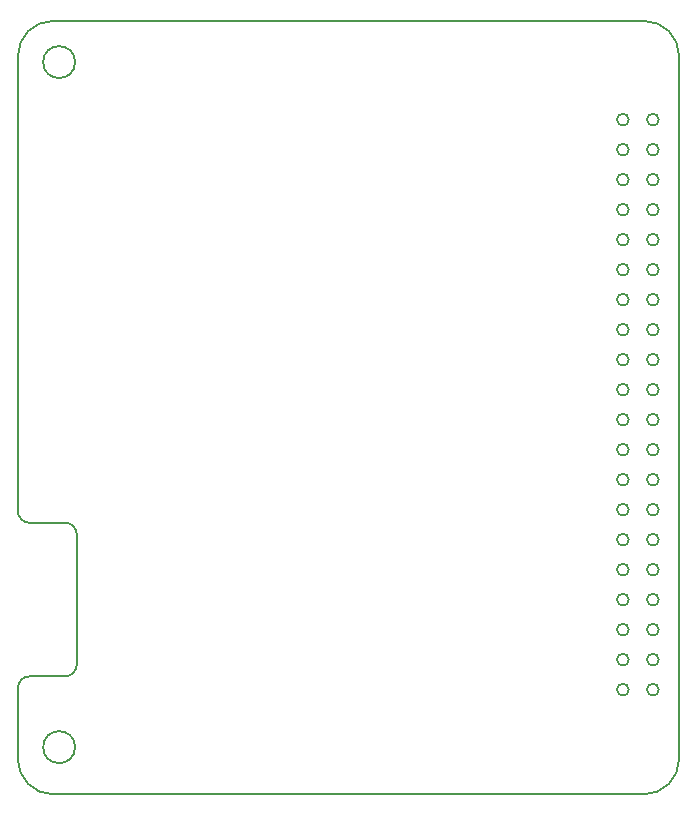
<source format=gbr>
%TF.GenerationSoftware,KiCad,Pcbnew,(6.99.0-2504-g6a9c6e8599)*%
%TF.CreationDate,2023-09-25T01:47:04-07:00*%
%TF.ProjectId,BuoyPower,42756f79-506f-4776-9572-2e6b69636164,rev?*%
%TF.SameCoordinates,Original*%
%TF.FileFunction,Profile,NP*%
%FSLAX46Y46*%
G04 Gerber Fmt 4.6, Leading zero omitted, Abs format (unit mm)*
G04 Created by KiCad (PCBNEW (6.99.0-2504-g6a9c6e8599)) date 2023-09-25 01:47:04*
%MOMM*%
%LPD*%
G01*
G04 APERTURE LIST*
%TA.AperFunction,Profile*%
%ADD10C,0.200000*%
%TD*%
G04 APERTURE END LIST*
D10*
X176698000Y-76584000D02*
G75*
G03*
X176698000Y-76584000I-500000J0D01*
G01*
X179238000Y-99444000D02*
G75*
G03*
X179238000Y-99444000I-500000J0D01*
G01*
X176698000Y-117224000D02*
G75*
G03*
X176698000Y-117224000I-500000J0D01*
G01*
X125968000Y-108174000D02*
X128968000Y-108174000D01*
X176698000Y-84204000D02*
G75*
G03*
X176698000Y-84204000I-500000J0D01*
G01*
X177968000Y-65674000D02*
X127968000Y-65674000D01*
X124968000Y-128174000D02*
G75*
G03*
X127968000Y-131174000I3000000J0D01*
G01*
X176698000Y-122304000D02*
G75*
G03*
X176698000Y-122304000I-500000J0D01*
G01*
X176698000Y-99444000D02*
G75*
G03*
X176698000Y-99444000I-500000J0D01*
G01*
X179238000Y-84204000D02*
G75*
G03*
X179238000Y-84204000I-500000J0D01*
G01*
X179238000Y-122304000D02*
G75*
G03*
X179238000Y-122304000I-500000J0D01*
G01*
X179238000Y-94364000D02*
G75*
G03*
X179238000Y-94364000I-500000J0D01*
G01*
X127968000Y-65674000D02*
G75*
G03*
X124968000Y-68674000I0J-3000000D01*
G01*
X176698000Y-104524000D02*
G75*
G03*
X176698000Y-104524000I-500000J0D01*
G01*
X179238000Y-76584000D02*
G75*
G03*
X179238000Y-76584000I-500000J0D01*
G01*
X179238000Y-112144000D02*
G75*
G03*
X179238000Y-112144000I-500000J0D01*
G01*
X176698000Y-107064000D02*
G75*
G03*
X176698000Y-107064000I-500000J0D01*
G01*
X179238000Y-74044000D02*
G75*
G03*
X179238000Y-74044000I-500000J0D01*
G01*
X176698000Y-101984000D02*
G75*
G03*
X176698000Y-101984000I-500000J0D01*
G01*
X176698000Y-86744000D02*
G75*
G03*
X176698000Y-86744000I-500000J0D01*
G01*
X177968000Y-131174000D02*
G75*
G03*
X180968000Y-128174000I0J3000000D01*
G01*
X179238000Y-114684000D02*
G75*
G03*
X179238000Y-114684000I-500000J0D01*
G01*
X176698000Y-114684000D02*
G75*
G03*
X176698000Y-114684000I-500000J0D01*
G01*
X176698000Y-112144000D02*
G75*
G03*
X176698000Y-112144000I-500000J0D01*
G01*
X176698000Y-79124000D02*
G75*
G03*
X176698000Y-79124000I-500000J0D01*
G01*
X176698000Y-96904000D02*
G75*
G03*
X176698000Y-96904000I-500000J0D01*
G01*
X176698000Y-81664000D02*
G75*
G03*
X176698000Y-81664000I-500000J0D01*
G01*
X179238000Y-109604000D02*
G75*
G03*
X179238000Y-109604000I-500000J0D01*
G01*
X179238000Y-119764000D02*
G75*
G03*
X179238000Y-119764000I-500000J0D01*
G01*
X179238000Y-91824000D02*
G75*
G03*
X179238000Y-91824000I-500000J0D01*
G01*
X179238000Y-107064000D02*
G75*
G03*
X179238000Y-107064000I-500000J0D01*
G01*
X180968000Y-68674000D02*
G75*
G03*
X177968000Y-65674000I-3000000J0D01*
G01*
X124968000Y-107174000D02*
G75*
G03*
X125968000Y-108174000I1000000J0D01*
G01*
X129968000Y-109174000D02*
G75*
G03*
X128968000Y-108174000I-1000000J0D01*
G01*
X179238000Y-104524000D02*
G75*
G03*
X179238000Y-104524000I-500000J0D01*
G01*
X179238000Y-117224000D02*
G75*
G03*
X179238000Y-117224000I-500000J0D01*
G01*
X176698000Y-91824000D02*
G75*
G03*
X176698000Y-91824000I-500000J0D01*
G01*
X179238000Y-89284000D02*
G75*
G03*
X179238000Y-89284000I-500000J0D01*
G01*
X179238000Y-79124000D02*
G75*
G03*
X179238000Y-79124000I-500000J0D01*
G01*
X179238000Y-96904000D02*
G75*
G03*
X179238000Y-96904000I-500000J0D01*
G01*
X180968000Y-128174000D02*
X180968000Y-68674000D01*
X176698000Y-109604000D02*
G75*
G03*
X176698000Y-109604000I-500000J0D01*
G01*
X124968000Y-68674000D02*
X124968000Y-107174000D01*
X128968000Y-121174000D02*
X125968000Y-121174000D01*
X129968000Y-109174000D02*
X129968000Y-120174000D01*
X176698000Y-119764000D02*
G75*
G03*
X176698000Y-119764000I-500000J0D01*
G01*
X124968000Y-122174000D02*
X124968000Y-128174000D01*
X176698000Y-89284000D02*
G75*
G03*
X176698000Y-89284000I-500000J0D01*
G01*
X179238000Y-86744000D02*
G75*
G03*
X179238000Y-86744000I-500000J0D01*
G01*
X125968000Y-121174000D02*
G75*
G03*
X124968000Y-122174000I0J-1000000D01*
G01*
X179238000Y-81664000D02*
G75*
G03*
X179238000Y-81664000I-500000J0D01*
G01*
X129818000Y-127174000D02*
G75*
G03*
X129818000Y-127174000I-1350000J0D01*
G01*
X128968000Y-121174000D02*
G75*
G03*
X129968000Y-120174000I0J1000000D01*
G01*
X176698000Y-94364000D02*
G75*
G03*
X176698000Y-94364000I-500000J0D01*
G01*
X179238000Y-101984000D02*
G75*
G03*
X179238000Y-101984000I-500000J0D01*
G01*
X127968000Y-131174000D02*
X177968000Y-131174000D01*
X176698000Y-74044000D02*
G75*
G03*
X176698000Y-74044000I-500000J0D01*
G01*
X129818000Y-69174000D02*
G75*
G03*
X129818000Y-69174000I-1350000J0D01*
G01*
M02*

</source>
